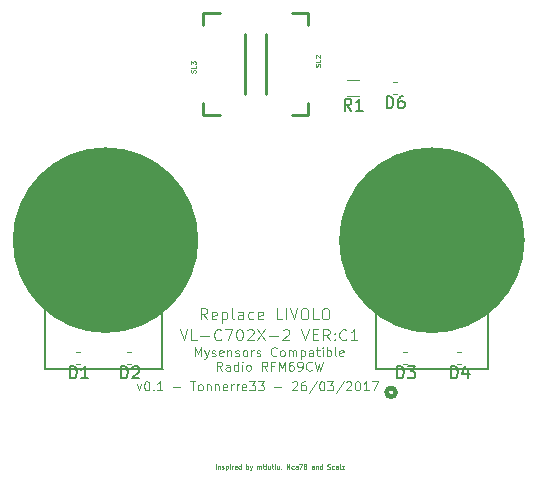
<source format=gto>
G04 #@! TF.FileFunction,Legend,Top*
%FSLAX46Y46*%
G04 Gerber Fmt 4.6, Leading zero omitted, Abs format (unit mm)*
G04 Created by KiCad (PCBNEW 4.0.6) date 04/01/17 23:48:13*
%MOMM*%
%LPD*%
G01*
G04 APERTURE LIST*
%ADD10C,0.100000*%
%ADD11C,0.200000*%
%ADD12C,0.406400*%
%ADD13C,0.081280*%
%ADD14C,0.065024*%
%ADD15C,0.032512*%
%ADD16C,0.120000*%
%ADD17C,0.254000*%
%ADD18C,7.950000*%
%ADD19C,0.150000*%
%ADD20C,0.025400*%
%ADD21R,1.600000X1.300000*%
%ADD22R,1.949400X0.999440*%
%ADD23R,2.198320X1.598880*%
%ADD24C,1.705560*%
%ADD25C,1.822400*%
%ADD26R,1.200000X1.200000*%
G04 APERTURE END LIST*
D10*
D11*
X139400000Y-116000000D02*
X139400000Y-111100000D01*
X129500000Y-116000000D02*
X129500000Y-111000000D01*
X130000000Y-116000000D02*
X129500000Y-116000000D01*
X139500000Y-116000000D02*
X130000000Y-116000000D01*
X157500000Y-116000000D02*
X157500000Y-111000000D01*
X167000000Y-116000000D02*
X157500000Y-116000000D01*
X167000000Y-111000000D02*
X167000000Y-116000000D01*
D12*
X169875728Y-105087000D02*
G75*
G03X169875728Y-105087000I-7648528J0D01*
G01*
X159150994Y-117969100D02*
G75*
G03X159150994Y-117969100I-377894J0D01*
G01*
D13*
X143208444Y-111789638D02*
X142886711Y-111330019D01*
X142656902Y-111789638D02*
X142656902Y-110824438D01*
X143024597Y-110824438D01*
X143116521Y-110870400D01*
X143162482Y-110916362D01*
X143208444Y-111008286D01*
X143208444Y-111146171D01*
X143162482Y-111238095D01*
X143116521Y-111284057D01*
X143024597Y-111330019D01*
X142656902Y-111330019D01*
X143989797Y-111743676D02*
X143897873Y-111789638D01*
X143714025Y-111789638D01*
X143622102Y-111743676D01*
X143576140Y-111651752D01*
X143576140Y-111284057D01*
X143622102Y-111192133D01*
X143714025Y-111146171D01*
X143897873Y-111146171D01*
X143989797Y-111192133D01*
X144035759Y-111284057D01*
X144035759Y-111375981D01*
X143576140Y-111467905D01*
X144449416Y-111146171D02*
X144449416Y-112111371D01*
X144449416Y-111192133D02*
X144541339Y-111146171D01*
X144725187Y-111146171D01*
X144817111Y-111192133D01*
X144863073Y-111238095D01*
X144909035Y-111330019D01*
X144909035Y-111605790D01*
X144863073Y-111697714D01*
X144817111Y-111743676D01*
X144725187Y-111789638D01*
X144541339Y-111789638D01*
X144449416Y-111743676D01*
X145460577Y-111789638D02*
X145368653Y-111743676D01*
X145322692Y-111651752D01*
X145322692Y-110824438D01*
X146241930Y-111789638D02*
X146241930Y-111284057D01*
X146195968Y-111192133D01*
X146104044Y-111146171D01*
X145920196Y-111146171D01*
X145828273Y-111192133D01*
X146241930Y-111743676D02*
X146150006Y-111789638D01*
X145920196Y-111789638D01*
X145828273Y-111743676D01*
X145782311Y-111651752D01*
X145782311Y-111559829D01*
X145828273Y-111467905D01*
X145920196Y-111421943D01*
X146150006Y-111421943D01*
X146241930Y-111375981D01*
X147115206Y-111743676D02*
X147023282Y-111789638D01*
X146839434Y-111789638D01*
X146747510Y-111743676D01*
X146701549Y-111697714D01*
X146655587Y-111605790D01*
X146655587Y-111330019D01*
X146701549Y-111238095D01*
X146747510Y-111192133D01*
X146839434Y-111146171D01*
X147023282Y-111146171D01*
X147115206Y-111192133D01*
X147896558Y-111743676D02*
X147804634Y-111789638D01*
X147620786Y-111789638D01*
X147528863Y-111743676D01*
X147482901Y-111651752D01*
X147482901Y-111284057D01*
X147528863Y-111192133D01*
X147620786Y-111146171D01*
X147804634Y-111146171D01*
X147896558Y-111192133D01*
X147942520Y-111284057D01*
X147942520Y-111375981D01*
X147482901Y-111467905D01*
X149551186Y-111789638D02*
X149091567Y-111789638D01*
X149091567Y-110824438D01*
X149872919Y-111789638D02*
X149872919Y-110824438D01*
X150194652Y-110824438D02*
X150516385Y-111789638D01*
X150838118Y-110824438D01*
X151343699Y-110824438D02*
X151527547Y-110824438D01*
X151619471Y-110870400D01*
X151711394Y-110962324D01*
X151757356Y-111146171D01*
X151757356Y-111467905D01*
X151711394Y-111651752D01*
X151619471Y-111743676D01*
X151527547Y-111789638D01*
X151343699Y-111789638D01*
X151251775Y-111743676D01*
X151159852Y-111651752D01*
X151113890Y-111467905D01*
X151113890Y-111146171D01*
X151159852Y-110962324D01*
X151251775Y-110870400D01*
X151343699Y-110824438D01*
X152630633Y-111789638D02*
X152171014Y-111789638D01*
X152171014Y-110824438D01*
X153136213Y-110824438D02*
X153320061Y-110824438D01*
X153411985Y-110870400D01*
X153503908Y-110962324D01*
X153549870Y-111146171D01*
X153549870Y-111467905D01*
X153503908Y-111651752D01*
X153411985Y-111743676D01*
X153320061Y-111789638D01*
X153136213Y-111789638D01*
X153044289Y-111743676D01*
X152952366Y-111651752D01*
X152906404Y-111467905D01*
X152906404Y-111146171D01*
X152952366Y-110962324D01*
X153044289Y-110870400D01*
X153136213Y-110824438D01*
X140887368Y-112602438D02*
X141209101Y-113567638D01*
X141530834Y-112602438D01*
X142312187Y-113567638D02*
X141852568Y-113567638D01*
X141852568Y-112602438D01*
X142633920Y-113199943D02*
X143369310Y-113199943D01*
X144380472Y-113475714D02*
X144334510Y-113521676D01*
X144196625Y-113567638D01*
X144104701Y-113567638D01*
X143966815Y-113521676D01*
X143874891Y-113429752D01*
X143828930Y-113337829D01*
X143782968Y-113153981D01*
X143782968Y-113016095D01*
X143828930Y-112832248D01*
X143874891Y-112740324D01*
X143966815Y-112648400D01*
X144104701Y-112602438D01*
X144196625Y-112602438D01*
X144334510Y-112648400D01*
X144380472Y-112694362D01*
X144702206Y-112602438D02*
X145345672Y-112602438D01*
X144932015Y-113567638D01*
X145897215Y-112602438D02*
X145989139Y-112602438D01*
X146081063Y-112648400D01*
X146127025Y-112694362D01*
X146172987Y-112786286D01*
X146218948Y-112970133D01*
X146218948Y-113199943D01*
X146172987Y-113383790D01*
X146127025Y-113475714D01*
X146081063Y-113521676D01*
X145989139Y-113567638D01*
X145897215Y-113567638D01*
X145805291Y-113521676D01*
X145759329Y-113475714D01*
X145713368Y-113383790D01*
X145667406Y-113199943D01*
X145667406Y-112970133D01*
X145713368Y-112786286D01*
X145759329Y-112694362D01*
X145805291Y-112648400D01*
X145897215Y-112602438D01*
X146586644Y-112694362D02*
X146632606Y-112648400D01*
X146724529Y-112602438D01*
X146954339Y-112602438D01*
X147046263Y-112648400D01*
X147092225Y-112694362D01*
X147138186Y-112786286D01*
X147138186Y-112878210D01*
X147092225Y-113016095D01*
X146540682Y-113567638D01*
X147138186Y-113567638D01*
X147459920Y-112602438D02*
X148103386Y-113567638D01*
X148103386Y-112602438D02*
X147459920Y-113567638D01*
X148471082Y-113199943D02*
X149206472Y-113199943D01*
X149620130Y-112694362D02*
X149666092Y-112648400D01*
X149758015Y-112602438D01*
X149987825Y-112602438D01*
X150079749Y-112648400D01*
X150125711Y-112694362D01*
X150171672Y-112786286D01*
X150171672Y-112878210D01*
X150125711Y-113016095D01*
X149574168Y-113567638D01*
X150171672Y-113567638D01*
X151182834Y-112602438D02*
X151504567Y-113567638D01*
X151826300Y-112602438D01*
X152148034Y-113062057D02*
X152469767Y-113062057D01*
X152607653Y-113567638D02*
X152148034Y-113567638D01*
X152148034Y-112602438D01*
X152607653Y-112602438D01*
X153572852Y-113567638D02*
X153251119Y-113108019D01*
X153021310Y-113567638D02*
X153021310Y-112602438D01*
X153389005Y-112602438D01*
X153480929Y-112648400D01*
X153526890Y-112694362D01*
X153572852Y-112786286D01*
X153572852Y-112924171D01*
X153526890Y-113016095D01*
X153480929Y-113062057D01*
X153389005Y-113108019D01*
X153021310Y-113108019D01*
X153986510Y-113475714D02*
X154032471Y-113521676D01*
X153986510Y-113567638D01*
X153940548Y-113521676D01*
X153986510Y-113475714D01*
X153986510Y-113567638D01*
X153986510Y-112970133D02*
X154032471Y-113016095D01*
X153986510Y-113062057D01*
X153940548Y-113016095D01*
X153986510Y-112970133D01*
X153986510Y-113062057D01*
X154997671Y-113475714D02*
X154951709Y-113521676D01*
X154813824Y-113567638D01*
X154721900Y-113567638D01*
X154584014Y-113521676D01*
X154492090Y-113429752D01*
X154446129Y-113337829D01*
X154400167Y-113153981D01*
X154400167Y-113016095D01*
X154446129Y-112832248D01*
X154492090Y-112740324D01*
X154584014Y-112648400D01*
X154721900Y-112602438D01*
X154813824Y-112602438D01*
X154951709Y-112648400D01*
X154997671Y-112694362D01*
X155916909Y-113567638D02*
X155365367Y-113567638D01*
X155641138Y-113567638D02*
X155641138Y-112602438D01*
X155549214Y-112740324D01*
X155457290Y-112832248D01*
X155365367Y-112878210D01*
D14*
X137244561Y-117285057D02*
X137428408Y-117799830D01*
X137612256Y-117285057D01*
X138053490Y-117027670D02*
X138127029Y-117027670D01*
X138200568Y-117064440D01*
X138237337Y-117101210D01*
X138274107Y-117174749D01*
X138310876Y-117321827D01*
X138310876Y-117505674D01*
X138274107Y-117652752D01*
X138237337Y-117726291D01*
X138200568Y-117763061D01*
X138127029Y-117799830D01*
X138053490Y-117799830D01*
X137979951Y-117763061D01*
X137943181Y-117726291D01*
X137906412Y-117652752D01*
X137869642Y-117505674D01*
X137869642Y-117321827D01*
X137906412Y-117174749D01*
X137943181Y-117101210D01*
X137979951Y-117064440D01*
X138053490Y-117027670D01*
X138641802Y-117726291D02*
X138678571Y-117763061D01*
X138641802Y-117799830D01*
X138605032Y-117763061D01*
X138641802Y-117726291D01*
X138641802Y-117799830D01*
X139413961Y-117799830D02*
X138972727Y-117799830D01*
X139193344Y-117799830D02*
X139193344Y-117027670D01*
X139119805Y-117137979D01*
X139046266Y-117211518D01*
X138972727Y-117248288D01*
X140333199Y-117505674D02*
X140921511Y-117505674D01*
X141767210Y-117027670D02*
X142208444Y-117027670D01*
X141987827Y-117799830D02*
X141987827Y-117027670D01*
X142576139Y-117799830D02*
X142502600Y-117763061D01*
X142465831Y-117726291D01*
X142429061Y-117652752D01*
X142429061Y-117432135D01*
X142465831Y-117358596D01*
X142502600Y-117321827D01*
X142576139Y-117285057D01*
X142686448Y-117285057D01*
X142759987Y-117321827D01*
X142796756Y-117358596D01*
X142833526Y-117432135D01*
X142833526Y-117652752D01*
X142796756Y-117726291D01*
X142759987Y-117763061D01*
X142686448Y-117799830D01*
X142576139Y-117799830D01*
X143164452Y-117285057D02*
X143164452Y-117799830D01*
X143164452Y-117358596D02*
X143201221Y-117321827D01*
X143274760Y-117285057D01*
X143385069Y-117285057D01*
X143458608Y-117321827D01*
X143495377Y-117395366D01*
X143495377Y-117799830D01*
X143863073Y-117285057D02*
X143863073Y-117799830D01*
X143863073Y-117358596D02*
X143899842Y-117321827D01*
X143973381Y-117285057D01*
X144083690Y-117285057D01*
X144157229Y-117321827D01*
X144193998Y-117395366D01*
X144193998Y-117799830D01*
X144855850Y-117763061D02*
X144782311Y-117799830D01*
X144635233Y-117799830D01*
X144561694Y-117763061D01*
X144524924Y-117689522D01*
X144524924Y-117395366D01*
X144561694Y-117321827D01*
X144635233Y-117285057D01*
X144782311Y-117285057D01*
X144855850Y-117321827D01*
X144892619Y-117395366D01*
X144892619Y-117468905D01*
X144524924Y-117542444D01*
X145223545Y-117799830D02*
X145223545Y-117285057D01*
X145223545Y-117432135D02*
X145260314Y-117358596D01*
X145297084Y-117321827D01*
X145370623Y-117285057D01*
X145444162Y-117285057D01*
X145701549Y-117799830D02*
X145701549Y-117285057D01*
X145701549Y-117432135D02*
X145738318Y-117358596D01*
X145775088Y-117321827D01*
X145848627Y-117285057D01*
X145922166Y-117285057D01*
X146473709Y-117763061D02*
X146400170Y-117799830D01*
X146253092Y-117799830D01*
X146179553Y-117763061D01*
X146142783Y-117689522D01*
X146142783Y-117395366D01*
X146179553Y-117321827D01*
X146253092Y-117285057D01*
X146400170Y-117285057D01*
X146473709Y-117321827D01*
X146510478Y-117395366D01*
X146510478Y-117468905D01*
X146142783Y-117542444D01*
X146767865Y-117027670D02*
X147245868Y-117027670D01*
X146988482Y-117321827D01*
X147098790Y-117321827D01*
X147172329Y-117358596D01*
X147209099Y-117395366D01*
X147245868Y-117468905D01*
X147245868Y-117652752D01*
X147209099Y-117726291D01*
X147172329Y-117763061D01*
X147098790Y-117799830D01*
X146878173Y-117799830D01*
X146804634Y-117763061D01*
X146767865Y-117726291D01*
X147503255Y-117027670D02*
X147981258Y-117027670D01*
X147723872Y-117321827D01*
X147834180Y-117321827D01*
X147907719Y-117358596D01*
X147944489Y-117395366D01*
X147981258Y-117468905D01*
X147981258Y-117652752D01*
X147944489Y-117726291D01*
X147907719Y-117763061D01*
X147834180Y-117799830D01*
X147613563Y-117799830D01*
X147540024Y-117763061D01*
X147503255Y-117726291D01*
X148900496Y-117505674D02*
X149488808Y-117505674D01*
X150408046Y-117101210D02*
X150444816Y-117064440D01*
X150518355Y-117027670D01*
X150702202Y-117027670D01*
X150775741Y-117064440D01*
X150812511Y-117101210D01*
X150849280Y-117174749D01*
X150849280Y-117248288D01*
X150812511Y-117358596D01*
X150371277Y-117799830D01*
X150849280Y-117799830D01*
X151511131Y-117027670D02*
X151364053Y-117027670D01*
X151290514Y-117064440D01*
X151253745Y-117101210D01*
X151180206Y-117211518D01*
X151143436Y-117358596D01*
X151143436Y-117652752D01*
X151180206Y-117726291D01*
X151216975Y-117763061D01*
X151290514Y-117799830D01*
X151437592Y-117799830D01*
X151511131Y-117763061D01*
X151547901Y-117726291D01*
X151584670Y-117652752D01*
X151584670Y-117468905D01*
X151547901Y-117395366D01*
X151511131Y-117358596D01*
X151437592Y-117321827D01*
X151290514Y-117321827D01*
X151216975Y-117358596D01*
X151180206Y-117395366D01*
X151143436Y-117468905D01*
X152467138Y-116990901D02*
X151805287Y-117983678D01*
X152871604Y-117027670D02*
X152945143Y-117027670D01*
X153018682Y-117064440D01*
X153055451Y-117101210D01*
X153092221Y-117174749D01*
X153128990Y-117321827D01*
X153128990Y-117505674D01*
X153092221Y-117652752D01*
X153055451Y-117726291D01*
X153018682Y-117763061D01*
X152945143Y-117799830D01*
X152871604Y-117799830D01*
X152798065Y-117763061D01*
X152761295Y-117726291D01*
X152724526Y-117652752D01*
X152687756Y-117505674D01*
X152687756Y-117321827D01*
X152724526Y-117174749D01*
X152761295Y-117101210D01*
X152798065Y-117064440D01*
X152871604Y-117027670D01*
X153386377Y-117027670D02*
X153864380Y-117027670D01*
X153606994Y-117321827D01*
X153717302Y-117321827D01*
X153790841Y-117358596D01*
X153827611Y-117395366D01*
X153864380Y-117468905D01*
X153864380Y-117652752D01*
X153827611Y-117726291D01*
X153790841Y-117763061D01*
X153717302Y-117799830D01*
X153496685Y-117799830D01*
X153423146Y-117763061D01*
X153386377Y-117726291D01*
X154746848Y-116990901D02*
X154084997Y-117983678D01*
X154967466Y-117101210D02*
X155004236Y-117064440D01*
X155077775Y-117027670D01*
X155261622Y-117027670D01*
X155335161Y-117064440D01*
X155371931Y-117101210D01*
X155408700Y-117174749D01*
X155408700Y-117248288D01*
X155371931Y-117358596D01*
X154930697Y-117799830D01*
X155408700Y-117799830D01*
X155886704Y-117027670D02*
X155960243Y-117027670D01*
X156033782Y-117064440D01*
X156070551Y-117101210D01*
X156107321Y-117174749D01*
X156144090Y-117321827D01*
X156144090Y-117505674D01*
X156107321Y-117652752D01*
X156070551Y-117726291D01*
X156033782Y-117763061D01*
X155960243Y-117799830D01*
X155886704Y-117799830D01*
X155813165Y-117763061D01*
X155776395Y-117726291D01*
X155739626Y-117652752D01*
X155702856Y-117505674D01*
X155702856Y-117321827D01*
X155739626Y-117174749D01*
X155776395Y-117101210D01*
X155813165Y-117064440D01*
X155886704Y-117027670D01*
X156879480Y-117799830D02*
X156438246Y-117799830D01*
X156658863Y-117799830D02*
X156658863Y-117027670D01*
X156585324Y-117137979D01*
X156511785Y-117211518D01*
X156438246Y-117248288D01*
X157136867Y-117027670D02*
X157651640Y-117027670D01*
X157320714Y-117799830D01*
X142160512Y-114909566D02*
X142160512Y-114137406D01*
X142417898Y-114688949D01*
X142675285Y-114137406D01*
X142675285Y-114909566D01*
X142969442Y-114394793D02*
X143153289Y-114909566D01*
X143337137Y-114394793D02*
X143153289Y-114909566D01*
X143079750Y-115093414D01*
X143042981Y-115130184D01*
X142969442Y-115166953D01*
X143594523Y-114872797D02*
X143668062Y-114909566D01*
X143815140Y-114909566D01*
X143888679Y-114872797D01*
X143925449Y-114799258D01*
X143925449Y-114762488D01*
X143888679Y-114688949D01*
X143815140Y-114652180D01*
X143704832Y-114652180D01*
X143631293Y-114615410D01*
X143594523Y-114541871D01*
X143594523Y-114505102D01*
X143631293Y-114431563D01*
X143704832Y-114394793D01*
X143815140Y-114394793D01*
X143888679Y-114431563D01*
X144550531Y-114872797D02*
X144476992Y-114909566D01*
X144329914Y-114909566D01*
X144256375Y-114872797D01*
X144219605Y-114799258D01*
X144219605Y-114505102D01*
X144256375Y-114431563D01*
X144329914Y-114394793D01*
X144476992Y-114394793D01*
X144550531Y-114431563D01*
X144587300Y-114505102D01*
X144587300Y-114578641D01*
X144219605Y-114652180D01*
X144918226Y-114394793D02*
X144918226Y-114909566D01*
X144918226Y-114468332D02*
X144954995Y-114431563D01*
X145028534Y-114394793D01*
X145138843Y-114394793D01*
X145212382Y-114431563D01*
X145249151Y-114505102D01*
X145249151Y-114909566D01*
X145580077Y-114872797D02*
X145653616Y-114909566D01*
X145800694Y-114909566D01*
X145874233Y-114872797D01*
X145911003Y-114799258D01*
X145911003Y-114762488D01*
X145874233Y-114688949D01*
X145800694Y-114652180D01*
X145690386Y-114652180D01*
X145616847Y-114615410D01*
X145580077Y-114541871D01*
X145580077Y-114505102D01*
X145616847Y-114431563D01*
X145690386Y-114394793D01*
X145800694Y-114394793D01*
X145874233Y-114431563D01*
X146352237Y-114909566D02*
X146278698Y-114872797D01*
X146241929Y-114836027D01*
X146205159Y-114762488D01*
X146205159Y-114541871D01*
X146241929Y-114468332D01*
X146278698Y-114431563D01*
X146352237Y-114394793D01*
X146462546Y-114394793D01*
X146536085Y-114431563D01*
X146572854Y-114468332D01*
X146609624Y-114541871D01*
X146609624Y-114762488D01*
X146572854Y-114836027D01*
X146536085Y-114872797D01*
X146462546Y-114909566D01*
X146352237Y-114909566D01*
X146940550Y-114909566D02*
X146940550Y-114394793D01*
X146940550Y-114541871D02*
X146977319Y-114468332D01*
X147014089Y-114431563D01*
X147087628Y-114394793D01*
X147161167Y-114394793D01*
X147381784Y-114872797D02*
X147455323Y-114909566D01*
X147602401Y-114909566D01*
X147675940Y-114872797D01*
X147712710Y-114799258D01*
X147712710Y-114762488D01*
X147675940Y-114688949D01*
X147602401Y-114652180D01*
X147492093Y-114652180D01*
X147418554Y-114615410D01*
X147381784Y-114541871D01*
X147381784Y-114505102D01*
X147418554Y-114431563D01*
X147492093Y-114394793D01*
X147602401Y-114394793D01*
X147675940Y-114431563D01*
X149073182Y-114836027D02*
X149036412Y-114872797D01*
X148926104Y-114909566D01*
X148852565Y-114909566D01*
X148742256Y-114872797D01*
X148668717Y-114799258D01*
X148631948Y-114725719D01*
X148595178Y-114578641D01*
X148595178Y-114468332D01*
X148631948Y-114321254D01*
X148668717Y-114247715D01*
X148742256Y-114174176D01*
X148852565Y-114137406D01*
X148926104Y-114137406D01*
X149036412Y-114174176D01*
X149073182Y-114210946D01*
X149514416Y-114909566D02*
X149440877Y-114872797D01*
X149404108Y-114836027D01*
X149367338Y-114762488D01*
X149367338Y-114541871D01*
X149404108Y-114468332D01*
X149440877Y-114431563D01*
X149514416Y-114394793D01*
X149624725Y-114394793D01*
X149698264Y-114431563D01*
X149735033Y-114468332D01*
X149771803Y-114541871D01*
X149771803Y-114762488D01*
X149735033Y-114836027D01*
X149698264Y-114872797D01*
X149624725Y-114909566D01*
X149514416Y-114909566D01*
X150102729Y-114909566D02*
X150102729Y-114394793D01*
X150102729Y-114468332D02*
X150139498Y-114431563D01*
X150213037Y-114394793D01*
X150323346Y-114394793D01*
X150396885Y-114431563D01*
X150433654Y-114505102D01*
X150433654Y-114909566D01*
X150433654Y-114505102D02*
X150470424Y-114431563D01*
X150543963Y-114394793D01*
X150654271Y-114394793D01*
X150727811Y-114431563D01*
X150764580Y-114505102D01*
X150764580Y-114909566D01*
X151132276Y-114394793D02*
X151132276Y-115166953D01*
X151132276Y-114431563D02*
X151205815Y-114394793D01*
X151352893Y-114394793D01*
X151426432Y-114431563D01*
X151463201Y-114468332D01*
X151499971Y-114541871D01*
X151499971Y-114762488D01*
X151463201Y-114836027D01*
X151426432Y-114872797D01*
X151352893Y-114909566D01*
X151205815Y-114909566D01*
X151132276Y-114872797D01*
X152161822Y-114909566D02*
X152161822Y-114505102D01*
X152125053Y-114431563D01*
X152051514Y-114394793D01*
X151904436Y-114394793D01*
X151830897Y-114431563D01*
X152161822Y-114872797D02*
X152088283Y-114909566D01*
X151904436Y-114909566D01*
X151830897Y-114872797D01*
X151794127Y-114799258D01*
X151794127Y-114725719D01*
X151830897Y-114652180D01*
X151904436Y-114615410D01*
X152088283Y-114615410D01*
X152161822Y-114578641D01*
X152419209Y-114394793D02*
X152713365Y-114394793D01*
X152529518Y-114137406D02*
X152529518Y-114799258D01*
X152566287Y-114872797D01*
X152639826Y-114909566D01*
X152713365Y-114909566D01*
X152970752Y-114909566D02*
X152970752Y-114394793D01*
X152970752Y-114137406D02*
X152933982Y-114174176D01*
X152970752Y-114210946D01*
X153007521Y-114174176D01*
X152970752Y-114137406D01*
X152970752Y-114210946D01*
X153338447Y-114909566D02*
X153338447Y-114137406D01*
X153338447Y-114431563D02*
X153411986Y-114394793D01*
X153559064Y-114394793D01*
X153632603Y-114431563D01*
X153669372Y-114468332D01*
X153706142Y-114541871D01*
X153706142Y-114762488D01*
X153669372Y-114836027D01*
X153632603Y-114872797D01*
X153559064Y-114909566D01*
X153411986Y-114909566D01*
X153338447Y-114872797D01*
X154147376Y-114909566D02*
X154073837Y-114872797D01*
X154037068Y-114799258D01*
X154037068Y-114137406D01*
X154735689Y-114872797D02*
X154662150Y-114909566D01*
X154515072Y-114909566D01*
X154441533Y-114872797D01*
X154404763Y-114799258D01*
X154404763Y-114505102D01*
X154441533Y-114431563D01*
X154515072Y-114394793D01*
X154662150Y-114394793D01*
X154735689Y-114431563D01*
X154772458Y-114505102D01*
X154772458Y-114578641D01*
X154404763Y-114652180D01*
X144440223Y-116132830D02*
X144182836Y-115765135D01*
X143998989Y-116132830D02*
X143998989Y-115360670D01*
X144293145Y-115360670D01*
X144366684Y-115397440D01*
X144403453Y-115434210D01*
X144440223Y-115507749D01*
X144440223Y-115618057D01*
X144403453Y-115691596D01*
X144366684Y-115728366D01*
X144293145Y-115765135D01*
X143998989Y-115765135D01*
X145102074Y-116132830D02*
X145102074Y-115728366D01*
X145065305Y-115654827D01*
X144991766Y-115618057D01*
X144844688Y-115618057D01*
X144771149Y-115654827D01*
X145102074Y-116096061D02*
X145028535Y-116132830D01*
X144844688Y-116132830D01*
X144771149Y-116096061D01*
X144734379Y-116022522D01*
X144734379Y-115948983D01*
X144771149Y-115875444D01*
X144844688Y-115838674D01*
X145028535Y-115838674D01*
X145102074Y-115801905D01*
X145800695Y-116132830D02*
X145800695Y-115360670D01*
X145800695Y-116096061D02*
X145727156Y-116132830D01*
X145580078Y-116132830D01*
X145506539Y-116096061D01*
X145469770Y-116059291D01*
X145433000Y-115985752D01*
X145433000Y-115765135D01*
X145469770Y-115691596D01*
X145506539Y-115654827D01*
X145580078Y-115618057D01*
X145727156Y-115618057D01*
X145800695Y-115654827D01*
X146168391Y-116132830D02*
X146168391Y-115618057D01*
X146168391Y-115360670D02*
X146131621Y-115397440D01*
X146168391Y-115434210D01*
X146205160Y-115397440D01*
X146168391Y-115360670D01*
X146168391Y-115434210D01*
X146646394Y-116132830D02*
X146572855Y-116096061D01*
X146536086Y-116059291D01*
X146499316Y-115985752D01*
X146499316Y-115765135D01*
X146536086Y-115691596D01*
X146572855Y-115654827D01*
X146646394Y-115618057D01*
X146756703Y-115618057D01*
X146830242Y-115654827D01*
X146867011Y-115691596D01*
X146903781Y-115765135D01*
X146903781Y-115985752D01*
X146867011Y-116059291D01*
X146830242Y-116096061D01*
X146756703Y-116132830D01*
X146646394Y-116132830D01*
X148264253Y-116132830D02*
X148006866Y-115765135D01*
X147823019Y-116132830D02*
X147823019Y-115360670D01*
X148117175Y-115360670D01*
X148190714Y-115397440D01*
X148227483Y-115434210D01*
X148264253Y-115507749D01*
X148264253Y-115618057D01*
X148227483Y-115691596D01*
X148190714Y-115728366D01*
X148117175Y-115765135D01*
X147823019Y-115765135D01*
X148852565Y-115728366D02*
X148595179Y-115728366D01*
X148595179Y-116132830D02*
X148595179Y-115360670D01*
X148962874Y-115360670D01*
X149257030Y-116132830D02*
X149257030Y-115360670D01*
X149514416Y-115912213D01*
X149771803Y-115360670D01*
X149771803Y-116132830D01*
X150470424Y-115360670D02*
X150323346Y-115360670D01*
X150249807Y-115397440D01*
X150213038Y-115434210D01*
X150139499Y-115544518D01*
X150102729Y-115691596D01*
X150102729Y-115985752D01*
X150139499Y-116059291D01*
X150176268Y-116096061D01*
X150249807Y-116132830D01*
X150396885Y-116132830D01*
X150470424Y-116096061D01*
X150507194Y-116059291D01*
X150543963Y-115985752D01*
X150543963Y-115801905D01*
X150507194Y-115728366D01*
X150470424Y-115691596D01*
X150396885Y-115654827D01*
X150249807Y-115654827D01*
X150176268Y-115691596D01*
X150139499Y-115728366D01*
X150102729Y-115801905D01*
X150911658Y-116132830D02*
X151058736Y-116132830D01*
X151132275Y-116096061D01*
X151169045Y-116059291D01*
X151242584Y-115948983D01*
X151279353Y-115801905D01*
X151279353Y-115507749D01*
X151242584Y-115434210D01*
X151205814Y-115397440D01*
X151132275Y-115360670D01*
X150985197Y-115360670D01*
X150911658Y-115397440D01*
X150874889Y-115434210D01*
X150838119Y-115507749D01*
X150838119Y-115691596D01*
X150874889Y-115765135D01*
X150911658Y-115801905D01*
X150985197Y-115838674D01*
X151132275Y-115838674D01*
X151205814Y-115801905D01*
X151242584Y-115765135D01*
X151279353Y-115691596D01*
X152051513Y-116059291D02*
X152014743Y-116096061D01*
X151904435Y-116132830D01*
X151830896Y-116132830D01*
X151720587Y-116096061D01*
X151647048Y-116022522D01*
X151610279Y-115948983D01*
X151573509Y-115801905D01*
X151573509Y-115691596D01*
X151610279Y-115544518D01*
X151647048Y-115470979D01*
X151720587Y-115397440D01*
X151830896Y-115360670D01*
X151904435Y-115360670D01*
X152014743Y-115397440D01*
X152051513Y-115434210D01*
X152308900Y-115360670D02*
X152492747Y-116132830D01*
X152639825Y-115581288D01*
X152786903Y-116132830D01*
X152970751Y-115360670D01*
D12*
X142245428Y-105076600D02*
G75*
G03X142245428Y-105076600I-7648528J0D01*
G01*
D15*
X143920406Y-124437215D02*
X143920406Y-124051135D01*
X144104254Y-124179829D02*
X144104254Y-124437215D01*
X144104254Y-124216598D02*
X144122639Y-124198213D01*
X144159408Y-124179829D01*
X144214562Y-124179829D01*
X144251332Y-124198213D01*
X144269717Y-124234983D01*
X144269717Y-124437215D01*
X144435179Y-124418830D02*
X144471949Y-124437215D01*
X144545488Y-124437215D01*
X144582257Y-124418830D01*
X144600642Y-124382061D01*
X144600642Y-124363676D01*
X144582257Y-124326907D01*
X144545488Y-124308522D01*
X144490333Y-124308522D01*
X144453564Y-124290137D01*
X144435179Y-124253368D01*
X144435179Y-124234983D01*
X144453564Y-124198213D01*
X144490333Y-124179829D01*
X144545488Y-124179829D01*
X144582257Y-124198213D01*
X144766105Y-124179829D02*
X144766105Y-124565909D01*
X144766105Y-124198213D02*
X144802874Y-124179829D01*
X144876413Y-124179829D01*
X144913183Y-124198213D01*
X144931568Y-124216598D01*
X144949952Y-124253368D01*
X144949952Y-124363676D01*
X144931568Y-124400446D01*
X144913183Y-124418830D01*
X144876413Y-124437215D01*
X144802874Y-124437215D01*
X144766105Y-124418830D01*
X145115415Y-124437215D02*
X145115415Y-124179829D01*
X145115415Y-124051135D02*
X145097030Y-124069520D01*
X145115415Y-124087905D01*
X145133800Y-124069520D01*
X145115415Y-124051135D01*
X145115415Y-124087905D01*
X145299263Y-124437215D02*
X145299263Y-124179829D01*
X145299263Y-124253368D02*
X145317648Y-124216598D01*
X145336032Y-124198213D01*
X145372802Y-124179829D01*
X145409571Y-124179829D01*
X145685343Y-124418830D02*
X145648573Y-124437215D01*
X145575034Y-124437215D01*
X145538265Y-124418830D01*
X145519880Y-124382061D01*
X145519880Y-124234983D01*
X145538265Y-124198213D01*
X145575034Y-124179829D01*
X145648573Y-124179829D01*
X145685343Y-124198213D01*
X145703728Y-124234983D01*
X145703728Y-124271752D01*
X145519880Y-124308522D01*
X146034654Y-124437215D02*
X146034654Y-124051135D01*
X146034654Y-124418830D02*
X145997884Y-124437215D01*
X145924345Y-124437215D01*
X145887576Y-124418830D01*
X145869191Y-124400446D01*
X145850806Y-124363676D01*
X145850806Y-124253368D01*
X145869191Y-124216598D01*
X145887576Y-124198213D01*
X145924345Y-124179829D01*
X145997884Y-124179829D01*
X146034654Y-124198213D01*
X146512657Y-124437215D02*
X146512657Y-124051135D01*
X146512657Y-124198213D02*
X146549426Y-124179829D01*
X146622965Y-124179829D01*
X146659735Y-124198213D01*
X146678120Y-124216598D01*
X146696504Y-124253368D01*
X146696504Y-124363676D01*
X146678120Y-124400446D01*
X146659735Y-124418830D01*
X146622965Y-124437215D01*
X146549426Y-124437215D01*
X146512657Y-124418830D01*
X146825197Y-124179829D02*
X146917121Y-124437215D01*
X147009045Y-124179829D02*
X146917121Y-124437215D01*
X146880352Y-124529139D01*
X146861967Y-124547524D01*
X146825197Y-124565909D01*
X147450279Y-124437215D02*
X147450279Y-124179829D01*
X147450279Y-124216598D02*
X147468664Y-124198213D01*
X147505433Y-124179829D01*
X147560587Y-124179829D01*
X147597357Y-124198213D01*
X147615742Y-124234983D01*
X147615742Y-124437215D01*
X147615742Y-124234983D02*
X147634126Y-124198213D01*
X147670896Y-124179829D01*
X147726050Y-124179829D01*
X147762820Y-124198213D01*
X147781205Y-124234983D01*
X147781205Y-124437215D01*
X147909898Y-124179829D02*
X148056976Y-124179829D01*
X147965052Y-124051135D02*
X147965052Y-124382061D01*
X147983437Y-124418830D01*
X148020206Y-124437215D01*
X148056976Y-124437215D01*
X148185669Y-124437215D02*
X148185669Y-124179829D01*
X148185669Y-124051135D02*
X148167284Y-124069520D01*
X148185669Y-124087905D01*
X148204054Y-124069520D01*
X148185669Y-124051135D01*
X148185669Y-124087905D01*
X148534980Y-124179829D02*
X148534980Y-124437215D01*
X148369517Y-124179829D02*
X148369517Y-124382061D01*
X148387902Y-124418830D01*
X148424671Y-124437215D01*
X148479825Y-124437215D01*
X148516595Y-124418830D01*
X148534980Y-124400446D01*
X148663673Y-124179829D02*
X148810751Y-124179829D01*
X148718827Y-124051135D02*
X148718827Y-124382061D01*
X148737212Y-124418830D01*
X148773981Y-124437215D01*
X148810751Y-124437215D01*
X148939444Y-124437215D02*
X148939444Y-124179829D01*
X148939444Y-124051135D02*
X148921059Y-124069520D01*
X148939444Y-124087905D01*
X148957829Y-124069520D01*
X148939444Y-124051135D01*
X148939444Y-124087905D01*
X149288755Y-124179829D02*
X149288755Y-124437215D01*
X149123292Y-124179829D02*
X149123292Y-124382061D01*
X149141677Y-124418830D01*
X149178446Y-124437215D01*
X149233600Y-124437215D01*
X149270370Y-124418830D01*
X149288755Y-124400446D01*
X149490987Y-124418830D02*
X149490987Y-124437215D01*
X149472602Y-124473985D01*
X149454217Y-124492370D01*
X149950606Y-124437215D02*
X149950606Y-124051135D01*
X150171223Y-124437215D01*
X150171223Y-124051135D01*
X150520534Y-124418830D02*
X150483764Y-124437215D01*
X150410225Y-124437215D01*
X150373456Y-124418830D01*
X150355071Y-124400446D01*
X150336686Y-124363676D01*
X150336686Y-124253368D01*
X150355071Y-124216598D01*
X150373456Y-124198213D01*
X150410225Y-124179829D01*
X150483764Y-124179829D01*
X150520534Y-124198213D01*
X150851460Y-124437215D02*
X150851460Y-124234983D01*
X150833075Y-124198213D01*
X150796305Y-124179829D01*
X150722766Y-124179829D01*
X150685997Y-124198213D01*
X150851460Y-124418830D02*
X150814690Y-124437215D01*
X150722766Y-124437215D01*
X150685997Y-124418830D01*
X150667612Y-124382061D01*
X150667612Y-124345291D01*
X150685997Y-124308522D01*
X150722766Y-124290137D01*
X150814690Y-124290137D01*
X150851460Y-124271752D01*
X150998537Y-124051135D02*
X151255924Y-124051135D01*
X151090461Y-124437215D01*
X151458156Y-124216598D02*
X151421387Y-124198213D01*
X151403002Y-124179829D01*
X151384617Y-124143059D01*
X151384617Y-124124674D01*
X151403002Y-124087905D01*
X151421387Y-124069520D01*
X151458156Y-124051135D01*
X151531695Y-124051135D01*
X151568465Y-124069520D01*
X151586849Y-124087905D01*
X151605234Y-124124674D01*
X151605234Y-124143059D01*
X151586849Y-124179829D01*
X151568465Y-124198213D01*
X151531695Y-124216598D01*
X151458156Y-124216598D01*
X151421387Y-124234983D01*
X151403002Y-124253368D01*
X151384617Y-124290137D01*
X151384617Y-124363676D01*
X151403002Y-124400446D01*
X151421387Y-124418830D01*
X151458156Y-124437215D01*
X151531695Y-124437215D01*
X151568465Y-124418830D01*
X151586849Y-124400446D01*
X151605234Y-124363676D01*
X151605234Y-124290137D01*
X151586849Y-124253368D01*
X151568465Y-124234983D01*
X151531695Y-124216598D01*
X152230316Y-124437215D02*
X152230316Y-124234983D01*
X152211931Y-124198213D01*
X152175161Y-124179829D01*
X152101622Y-124179829D01*
X152064853Y-124198213D01*
X152230316Y-124418830D02*
X152193546Y-124437215D01*
X152101622Y-124437215D01*
X152064853Y-124418830D01*
X152046468Y-124382061D01*
X152046468Y-124345291D01*
X152064853Y-124308522D01*
X152101622Y-124290137D01*
X152193546Y-124290137D01*
X152230316Y-124271752D01*
X152414163Y-124179829D02*
X152414163Y-124437215D01*
X152414163Y-124216598D02*
X152432548Y-124198213D01*
X152469317Y-124179829D01*
X152524471Y-124179829D01*
X152561241Y-124198213D01*
X152579626Y-124234983D01*
X152579626Y-124437215D01*
X152928936Y-124437215D02*
X152928936Y-124051135D01*
X152928936Y-124418830D02*
X152892166Y-124437215D01*
X152818627Y-124437215D01*
X152781858Y-124418830D01*
X152763473Y-124400446D01*
X152745088Y-124363676D01*
X152745088Y-124253368D01*
X152763473Y-124216598D01*
X152781858Y-124198213D01*
X152818627Y-124179829D01*
X152892166Y-124179829D01*
X152928936Y-124198213D01*
X153388554Y-124418830D02*
X153443708Y-124437215D01*
X153535632Y-124437215D01*
X153572402Y-124418830D01*
X153590786Y-124400446D01*
X153609171Y-124363676D01*
X153609171Y-124326907D01*
X153590786Y-124290137D01*
X153572402Y-124271752D01*
X153535632Y-124253368D01*
X153462093Y-124234983D01*
X153425324Y-124216598D01*
X153406939Y-124198213D01*
X153388554Y-124161444D01*
X153388554Y-124124674D01*
X153406939Y-124087905D01*
X153425324Y-124069520D01*
X153462093Y-124051135D01*
X153554017Y-124051135D01*
X153609171Y-124069520D01*
X153940097Y-124418830D02*
X153903327Y-124437215D01*
X153829788Y-124437215D01*
X153793019Y-124418830D01*
X153774634Y-124400446D01*
X153756249Y-124363676D01*
X153756249Y-124253368D01*
X153774634Y-124216598D01*
X153793019Y-124198213D01*
X153829788Y-124179829D01*
X153903327Y-124179829D01*
X153940097Y-124198213D01*
X154271023Y-124437215D02*
X154271023Y-124234983D01*
X154252638Y-124198213D01*
X154215868Y-124179829D01*
X154142329Y-124179829D01*
X154105560Y-124198213D01*
X154271023Y-124418830D02*
X154234253Y-124437215D01*
X154142329Y-124437215D01*
X154105560Y-124418830D01*
X154087175Y-124382061D01*
X154087175Y-124345291D01*
X154105560Y-124308522D01*
X154142329Y-124290137D01*
X154234253Y-124290137D01*
X154271023Y-124271752D01*
X154510024Y-124437215D02*
X154473255Y-124418830D01*
X154454870Y-124382061D01*
X154454870Y-124051135D01*
X154620332Y-124179829D02*
X154822565Y-124179829D01*
X154620332Y-124437215D01*
X154822565Y-124437215D01*
D16*
X155076000Y-91533600D02*
X156076000Y-91533600D01*
X156076000Y-92893600D02*
X155076000Y-92893600D01*
D17*
X148209000Y-87630000D02*
X148209000Y-92710000D01*
X150368000Y-85852000D02*
X151765000Y-85852000D01*
X151765000Y-93472000D02*
X151765000Y-94488000D01*
X151765000Y-94488000D02*
X150368000Y-94488000D01*
X151765000Y-85852000D02*
X151765000Y-86868000D01*
X146431000Y-92710000D02*
X146431000Y-87630000D01*
X144272000Y-94488000D02*
X142875000Y-94488000D01*
X142875000Y-86868000D02*
X142875000Y-85852000D01*
X142875000Y-85852000D02*
X144272000Y-85852000D01*
X142875000Y-94488000D02*
X142875000Y-93472000D01*
D16*
X133634000Y-115570000D02*
X133634000Y-114570000D01*
X133634000Y-114570000D02*
X131534000Y-114570000D01*
X133634000Y-115570000D02*
X131534000Y-115570000D01*
X137952000Y-115570000D02*
X137952000Y-114570000D01*
X137952000Y-114570000D02*
X135852000Y-114570000D01*
X137952000Y-115570000D02*
X135852000Y-115570000D01*
X161320000Y-115570000D02*
X161320000Y-114570000D01*
X161320000Y-114570000D02*
X159220000Y-114570000D01*
X161320000Y-115570000D02*
X159220000Y-115570000D01*
X165892000Y-115570000D02*
X165892000Y-114570000D01*
X165892000Y-114570000D02*
X163792000Y-114570000D01*
X165892000Y-115570000D02*
X163792000Y-115570000D01*
X160431000Y-92710000D02*
X160431000Y-91710000D01*
X160431000Y-91710000D02*
X158331000Y-91710000D01*
X160431000Y-92710000D02*
X158331000Y-92710000D01*
D18*
X138390119Y-105100000D02*
G75*
G03X138390119Y-105100000I-3790119J0D01*
G01*
X165990119Y-105050000D02*
G75*
G03X165990119Y-105050000I-3790119J0D01*
G01*
D19*
X155409334Y-94115981D02*
X155076000Y-93639790D01*
X154837905Y-94115981D02*
X154837905Y-93115981D01*
X155218858Y-93115981D01*
X155314096Y-93163600D01*
X155361715Y-93211219D01*
X155409334Y-93306457D01*
X155409334Y-93449314D01*
X155361715Y-93544552D01*
X155314096Y-93592171D01*
X155218858Y-93639790D01*
X154837905Y-93639790D01*
X156361715Y-94115981D02*
X155790286Y-94115981D01*
X156076000Y-94115981D02*
X156076000Y-93115981D01*
X155980762Y-93258838D01*
X155885524Y-93354076D01*
X155790286Y-93401695D01*
D20*
X152767695Y-90390133D02*
X152787048Y-90332076D01*
X152787048Y-90235314D01*
X152767695Y-90196610D01*
X152748343Y-90177257D01*
X152709638Y-90157905D01*
X152670933Y-90157905D01*
X152632229Y-90177257D01*
X152612876Y-90196610D01*
X152593524Y-90235314D01*
X152574171Y-90312724D01*
X152554819Y-90351429D01*
X152535467Y-90370781D01*
X152496762Y-90390133D01*
X152458057Y-90390133D01*
X152419352Y-90370781D01*
X152400000Y-90351429D01*
X152380648Y-90312724D01*
X152380648Y-90215962D01*
X152400000Y-90157905D01*
X152787048Y-89790209D02*
X152787048Y-89983733D01*
X152380648Y-89983733D01*
X152419352Y-89674095D02*
X152400000Y-89654743D01*
X152380648Y-89616038D01*
X152380648Y-89519276D01*
X152400000Y-89480572D01*
X152419352Y-89461219D01*
X152458057Y-89441867D01*
X152496762Y-89441867D01*
X152554819Y-89461219D01*
X152787048Y-89693448D01*
X152787048Y-89441867D01*
X142201295Y-90898133D02*
X142220648Y-90840076D01*
X142220648Y-90743314D01*
X142201295Y-90704610D01*
X142181943Y-90685257D01*
X142143238Y-90665905D01*
X142104533Y-90665905D01*
X142065829Y-90685257D01*
X142046476Y-90704610D01*
X142027124Y-90743314D01*
X142007771Y-90820724D01*
X141988419Y-90859429D01*
X141969067Y-90878781D01*
X141930362Y-90898133D01*
X141891657Y-90898133D01*
X141852952Y-90878781D01*
X141833600Y-90859429D01*
X141814248Y-90820724D01*
X141814248Y-90723962D01*
X141833600Y-90665905D01*
X142220648Y-90298209D02*
X142220648Y-90491733D01*
X141814248Y-90491733D01*
X141814248Y-90201448D02*
X141814248Y-89949867D01*
X141969067Y-90085334D01*
X141969067Y-90027276D01*
X141988419Y-89988572D01*
X142007771Y-89969219D01*
X142046476Y-89949867D01*
X142143238Y-89949867D01*
X142181943Y-89969219D01*
X142201295Y-89988572D01*
X142220648Y-90027276D01*
X142220648Y-90143391D01*
X142201295Y-90182095D01*
X142181943Y-90201448D01*
D19*
X131595905Y-116772381D02*
X131595905Y-115772381D01*
X131834000Y-115772381D01*
X131976858Y-115820000D01*
X132072096Y-115915238D01*
X132119715Y-116010476D01*
X132167334Y-116200952D01*
X132167334Y-116343810D01*
X132119715Y-116534286D01*
X132072096Y-116629524D01*
X131976858Y-116724762D01*
X131834000Y-116772381D01*
X131595905Y-116772381D01*
X133119715Y-116772381D02*
X132548286Y-116772381D01*
X132834000Y-116772381D02*
X132834000Y-115772381D01*
X132738762Y-115915238D01*
X132643524Y-116010476D01*
X132548286Y-116058095D01*
X135913905Y-116772381D02*
X135913905Y-115772381D01*
X136152000Y-115772381D01*
X136294858Y-115820000D01*
X136390096Y-115915238D01*
X136437715Y-116010476D01*
X136485334Y-116200952D01*
X136485334Y-116343810D01*
X136437715Y-116534286D01*
X136390096Y-116629524D01*
X136294858Y-116724762D01*
X136152000Y-116772381D01*
X135913905Y-116772381D01*
X136866286Y-115867619D02*
X136913905Y-115820000D01*
X137009143Y-115772381D01*
X137247239Y-115772381D01*
X137342477Y-115820000D01*
X137390096Y-115867619D01*
X137437715Y-115962857D01*
X137437715Y-116058095D01*
X137390096Y-116200952D01*
X136818667Y-116772381D01*
X137437715Y-116772381D01*
X159281905Y-116772381D02*
X159281905Y-115772381D01*
X159520000Y-115772381D01*
X159662858Y-115820000D01*
X159758096Y-115915238D01*
X159805715Y-116010476D01*
X159853334Y-116200952D01*
X159853334Y-116343810D01*
X159805715Y-116534286D01*
X159758096Y-116629524D01*
X159662858Y-116724762D01*
X159520000Y-116772381D01*
X159281905Y-116772381D01*
X160186667Y-115772381D02*
X160805715Y-115772381D01*
X160472381Y-116153333D01*
X160615239Y-116153333D01*
X160710477Y-116200952D01*
X160758096Y-116248571D01*
X160805715Y-116343810D01*
X160805715Y-116581905D01*
X160758096Y-116677143D01*
X160710477Y-116724762D01*
X160615239Y-116772381D01*
X160329524Y-116772381D01*
X160234286Y-116724762D01*
X160186667Y-116677143D01*
X163853905Y-116772381D02*
X163853905Y-115772381D01*
X164092000Y-115772381D01*
X164234858Y-115820000D01*
X164330096Y-115915238D01*
X164377715Y-116010476D01*
X164425334Y-116200952D01*
X164425334Y-116343810D01*
X164377715Y-116534286D01*
X164330096Y-116629524D01*
X164234858Y-116724762D01*
X164092000Y-116772381D01*
X163853905Y-116772381D01*
X165282477Y-116105714D02*
X165282477Y-116772381D01*
X165044381Y-115724762D02*
X164806286Y-116439048D01*
X165425334Y-116439048D01*
X158392905Y-93912381D02*
X158392905Y-92912381D01*
X158631000Y-92912381D01*
X158773858Y-92960000D01*
X158869096Y-93055238D01*
X158916715Y-93150476D01*
X158964334Y-93340952D01*
X158964334Y-93483810D01*
X158916715Y-93674286D01*
X158869096Y-93769524D01*
X158773858Y-93864762D01*
X158631000Y-93912381D01*
X158392905Y-93912381D01*
X159821477Y-92912381D02*
X159631000Y-92912381D01*
X159535762Y-92960000D01*
X159488143Y-93007619D01*
X159392905Y-93150476D01*
X159345286Y-93340952D01*
X159345286Y-93721905D01*
X159392905Y-93817143D01*
X159440524Y-93864762D01*
X159535762Y-93912381D01*
X159726239Y-93912381D01*
X159821477Y-93864762D01*
X159869096Y-93817143D01*
X159916715Y-93721905D01*
X159916715Y-93483810D01*
X159869096Y-93388571D01*
X159821477Y-93340952D01*
X159726239Y-93293333D01*
X159535762Y-93293333D01*
X159440524Y-93340952D01*
X159392905Y-93388571D01*
X159345286Y-93483810D01*
%LPC*%
D21*
X156676000Y-92213600D03*
X154476000Y-92213600D03*
D22*
X151127460Y-87630000D03*
X151127460Y-88630760D03*
X151127460Y-89631520D03*
X151127460Y-90629740D03*
X151127460Y-91627960D03*
X151127460Y-92628720D03*
D23*
X148904960Y-86332060D03*
X148904960Y-93929200D03*
D22*
X143512540Y-92710000D03*
X143512540Y-91709240D03*
X143512540Y-90708480D03*
X143512540Y-89710260D03*
X143512540Y-88712040D03*
X143512540Y-87711280D03*
D23*
X145735040Y-94007940D03*
X145735040Y-86410800D03*
D24*
X146661000Y-120500000D03*
X146661000Y-122498980D03*
X148659980Y-120500000D03*
X148659980Y-122498980D03*
X150658960Y-120500000D03*
X150658960Y-122498980D03*
X152660480Y-120500000D03*
X152660480Y-122498980D03*
X154659460Y-120500000D03*
X154659460Y-122498980D03*
X156660980Y-120500000D03*
X156660980Y-122498980D03*
X158659960Y-120500000D03*
X158659960Y-122498980D03*
D25*
X160021000Y-85863600D03*
D26*
X131534000Y-115070000D03*
X133134000Y-115070000D03*
X135852000Y-115070000D03*
X137452000Y-115070000D03*
X159220000Y-115070000D03*
X160820000Y-115070000D03*
X163792000Y-115070000D03*
X165392000Y-115070000D03*
X158331000Y-92210000D03*
X159931000Y-92210000D03*
M02*

</source>
